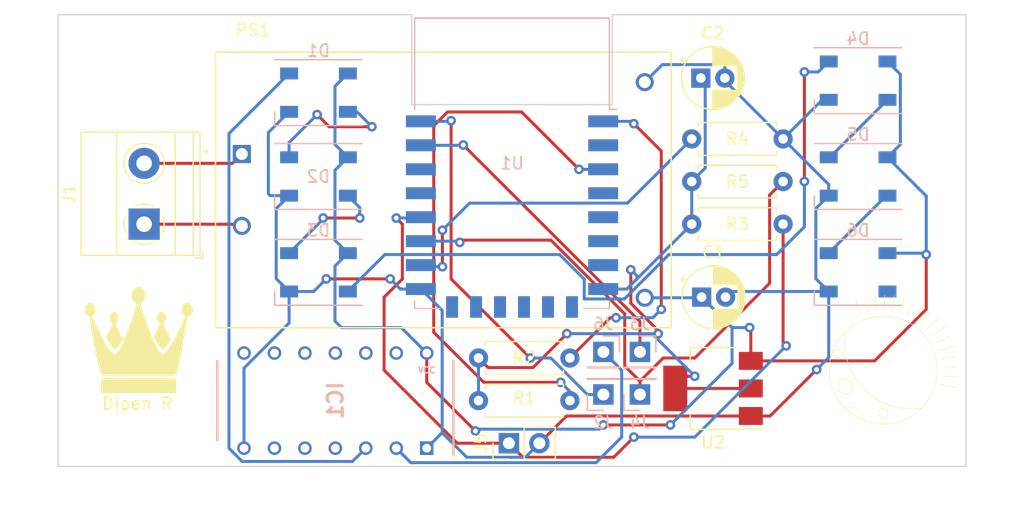
<source format=kicad_pcb>
(kicad_pcb (version 20211014) (generator pcbnew)
  (layers (0 "F.Cu" signal) (31 "B.Cu" signal) (34 "B.Paste" user) (35 "F.Paste" user) (36 "B.SilkS" user "B.Silkscreen") (37 "F.SilkS" user "F.Silkscreen") (38 "B.Mask" user) (39 "F.Mask" user) (44 "Edge.Cuts" user))
  (net 0 "")
  (net 1 "VCC")
  (net 2 "GND")
  (net 3 "3.3V")
  (net 4 "DataO{slash}P")
  (net 5 "Net-(D1-Pad4)")
  (net 6 "Net-(D2-Pad4)")
  (net 7 "Net-(D3-Pad4)")
  (net 8 "DataI{slash}P")
  (net 18 "Net-(J1-Pad1)")
  (net 19 "Net-(J1-Pad2)")
  (net 20 "Net-(J2-Pad1)")
  (net 21 "Net-(J3-Pad1)")
  (net 22 "Net-(J4-Pad1)")
  (net 23 "GPIO0")
  (net 24 "Net-(R1-Pad2)")
  (net 25 "Net-(R2-Pad2)")
  (net 26 "Net-(R4-Pad1)")
  (net 40 "Net-(D4-Pad4)")
  (net 41 "Net-(D6-Pad2)")
  (footprint "ModdedCrown:CorrectCrown" (layer "F.Cu") (at 72.998 71.628)
    (fp_text reference "G***" hide)
    (fp_text value "LOGO" hide)
  )
  (footprint "MountingHole:MountingHole_2mm" (layer "F.Cu") (at 68.78 79.7)
    (fp_text reference "REF**" hide)
    (fp_text value "MountingHole_2mm")
    (pad "" np_thru_hole circle locked (at 0 0) (size 2 2) (drill 2) (layers *.Cu *.Mask))
  )
  (footprint "Resistor_THT:R_Axial_DIN0207_L6.3mm_D2.5mm_P7.62mm_Horizontal" (layer "F.Cu") (at 101.346 73.152)
    (fp_text reference "R2" (at 3.81 0) (layer "F.SilkS"))
    (fp_text value "10K")
    (pad "1" thru_hole circle locked (at 0 0) (size 1.6 1.6) (drill 0.8) (layers *.Cu *.Mask) (net 3 "3.3V"))
    (pad "2" thru_hole oval locked (at 7.62 0) (size 1.6 1.6) (drill 0.8) (layers *.Cu *.Mask) (net 25 "Net-(R2-Pad2)"))
  )
  (footprint "Resistor_THT:R_Axial_DIN0207_L6.3mm_D2.5mm_P7.62mm_Horizontal" (layer "F.Cu") (at 119.126 61.976)
    (fp_text reference "R3" (at 3.81 0) (layer "F.SilkS"))
    (fp_text value "10K")
    (pad "1" thru_hole circle locked (at 0 0) (size 1.6 1.6) (drill 0.8) (layers *.Cu *.Mask) (net 3 "3.3V"))
    (pad "2" thru_hole oval locked (at 7.62 0) (size 1.6 1.6) (drill 0.8) (layers *.Cu *.Mask) (net 23 "GPIO0"))
  )
  (footprint "MountingHole:MountingHole_2mm" (layer "F.Cu") (at 68.78 47)
    (fp_text reference "REF**" hide)
    (fp_text value "MountingHole_2mm")
    (pad "" np_thru_hole circle locked (at 0 0) (size 2 2) (drill 2) (layers *.Cu *.Mask))
  )
  (footprint "Logos:SunAndMoon_15x15" (layer "F.Cu") (at 135.128 74.2)
    (fp_text reference "G***" hide)
    (fp_text value "LOGO" hide)
  )
  (footprint "Package_TO_SOT_SMD:SOT-223-3_TabPin2" (layer "F.Cu") (at 120.904 75.692 180)
    (fp_text reference "U2" (at 0 -4.5) (layer "F.SilkS"))
    (fp_text value "AMS1117-3.3")
    (pad "1" smd rect locked (at -3.15 -2.3 180) (size 2 1.5) (layers "F.Cu" "F.Paste" "F.Mask") (net 2 "GND"))
    (pad "2" smd rect locked (at -3.15 0 180) (size 2 1.5) (layers "F.Cu" "F.Paste" "F.Mask") (net 3 "3.3V"))
    (pad "2" smd rect locked (at 3.15 0 180) (size 2 3.8) (layers "F.Cu" "F.Paste" "F.Mask") (net 3 "3.3V"))
    (pad "3" smd rect locked (at -3.15 2.3 180) (size 2 1.5) (layers "F.Cu" "F.Paste" "F.Mask") (net 1 "VCC"))
  )
  (footprint "Resistor_THT:R_Axial_DIN0207_L6.3mm_D2.5mm_P7.62mm_Horizontal" (layer "F.Cu") (at 101.346 76.708)
    (fp_text reference "R1" (at 3.81 -0.216) (layer "F.SilkS"))
    (fp_text value "10K")
    (pad "1" thru_hole circle locked (at 0 0) (size 1.6 1.6) (drill 0.8) (layers *.Cu *.Mask) (net 3 "3.3V"))
    (pad "2" thru_hole oval locked (at 7.62 0) (size 1.6 1.6) (drill 0.8) (layers *.Cu *.Mask) (net 24 "Net-(R1-Pad2)"))
  )
  (footprint "HLK5M05:CONV_HLK-5M05" (layer "F.Cu") (at 98.409225 59.124)
    (fp_text reference "PS1" (at -15.875 -13.335) (layer "F.SilkS"))
    (fp_text value "HLK-5M05")
    (pad "1" thru_hole rect locked (at -16.8 -3) (size 1.5 1.5) (drill 1) (layers *.Cu *.Mask) (net 19 "Net-(J1-Pad2)"))
    (pad "2" thru_hole circle locked (at -16.8 3) (size 1.5 1.5) (drill 1) (layers *.Cu *.Mask) (net 18 "Net-(J1-Pad1)"))
    (pad "3" thru_hole circle locked (at 16.8 -9) (size 1.5 1.5) (drill 1) (layers *.Cu *.Mask) (net 2 "GND"))
    (pad "4" thru_hole circle locked (at 16.8 9) (size 1.5 1.5) (drill 1) (layers *.Cu *.Mask) (net 1 "VCC"))
  )
  (footprint "Capacitor_THT:CP_Radial_D5.0mm_P2.00mm" (layer "F.Cu") (at 119.948888 68.072)
    (fp_text reference "C1" (at 1 -3.75) (layer "F.SilkS"))
    (fp_text value "10uF")
    (pad "1" thru_hole rect locked (at 0 0) (size 1.6 1.6) (drill 0.8) (layers *.Cu *.Mask) (net 1 "VCC"))
    (pad "2" thru_hole circle locked (at 2 0) (size 1.6 1.6) (drill 0.8) (layers *.Cu *.Mask) (net 2 "GND"))
  )
  (footprint "Capacitor_THT:CP_Radial_D5.0mm_P2.00mm" (layer "F.Cu") (at 119.888 49.784)
    (fp_text reference "C2" (at 1 -3.75) (layer "F.SilkS"))
    (fp_text value "10uF")
    (pad "1" thru_hole rect locked (at 0 0) (size 1.6 1.6) (drill 0.8) (layers *.Cu *.Mask) (net 3 "3.3V"))
    (pad "2" thru_hole circle locked (at 2 0) (size 1.6 1.6) (drill 0.8) (layers *.Cu *.Mask) (net 2 "GND"))
  )
  (footprint "Connector_PinHeader_2.54mm:PinHeader_1x02_P2.54mm_Vertical" (layer "F.Cu") (at 103.881 80.264 90)
    (fp_text reference "J5" (at 0 -2.33 90) (layer "F.SilkS"))
    (fp_text value "Conn_01x02_Male")
    (pad "1" thru_hole rect locked (at 0 0 90) (size 1.7 1.7) (drill 1) (layers *.Cu *.Mask) (net 23 "GPIO0"))
    (pad "2" thru_hole oval locked (at 0 2.54 90) (size 1.7 1.7) (drill 1) (layers *.Cu *.Mask) (net 2 "GND"))
  )
  (footprint "Resistor_THT:R_Axial_DIN0207_L6.3mm_D2.5mm_P7.62mm_Horizontal" (layer "F.Cu") (at 119.126 58.42)
    (fp_text reference "R5" (at 3.81 0) (layer "F.SilkS"))
    (fp_text value "10K")
    (pad "1" thru_hole circle locked (at 0 0) (size 1.6 1.6) (drill 0.8) (layers *.Cu *.Mask) (net 3 "3.3V"))
    (pad "2" thru_hole oval locked (at 7.62 0) (size 1.6 1.6) (drill 0.8) (layers *.Cu *.Mask) (net 22 "Net-(J4-Pad1)"))
  )
  (footprint "TerminalBlock_Phoenix:TerminalBlock_Phoenix_MKDS-1,5-2-5.08_1x02_P5.08mm_Horizontal" (layer "F.Cu") (at 73.457 61.981 90)
    (fp_text reference "J1" (at 2.54 -6.26 90) (layer "F.SilkS"))
    (fp_text value "Screw_Terminal_01x02")
    (pad "1" thru_hole rect locked (at 0 0 90) (size 2.6 2.6) (drill 1.3) (layers *.Cu *.Mask) (net 18 "Net-(J1-Pad1)"))
    (pad "2" thru_hole circle locked (at 5.08 0 90) (size 2.6 2.6) (drill 1.3) (layers *.Cu *.Mask) (net 19 "Net-(J1-Pad2)"))
  )
  (footprint "MountingHole:MountingHole_2mm" (layer "F.Cu") (at 139.5 79.7)
    (fp_text reference "REF**" hide)
    (fp_text value "MountingHole_2mm")
    (pad "" np_thru_hole circle locked (at 0 0) (size 2 2) (drill 2) (layers *.Cu *.Mask))
  )
  (footprint "Resistor_THT:R_Axial_DIN0207_L6.3mm_D2.5mm_P7.62mm_Horizontal" (layer "F.Cu") (at 119.126 54.864)
    (fp_text reference "R4" (at 3.81 0) (layer "F.SilkS"))
    (fp_text value "10K")
    (pad "1" thru_hole circle locked (at 0 0) (size 1.6 1.6) (drill 0.8) (layers *.Cu *.Mask) (net 26 "Net-(R4-Pad1)"))
    (pad "2" thru_hole oval locked (at 7.62 0) (size 1.6 1.6) (drill 0.8) (layers *.Cu *.Mask) (net 2 "GND"))
  )
  (footprint "MountingHole:MountingHole_2mm" (layer "F.Cu") (at 139.5 47)
    (fp_text reference "REF**" hide)
    (fp_text value "MountingHole_2mm")
    (pad "" np_thru_hole circle locked (at 0 0) (size 2 2) (drill 2) (layers *.Cu *.Mask))
  )
  (footprint "Connector_PinHeader_2.54mm:PinHeader_1x01_P2.54mm_Vertical" (layer "B.Cu") (at 111.76 72.644 180)
    (fp_text reference "J6" (at 0 2.33) (layer "B.SilkS") (effects (justify mirror)))
    (fp_text value "DataI/P")
    (pad "1" thru_hole rect locked (at 0 0 180) (size 1.7 1.7) (drill 1) (layers *.Cu *.Mask) (net 8 "DataI{slash}P"))
  )
  (footprint "SN74AHCT125N:DIP794W53P254L1930H508Q14N" (layer "B.Cu") (at 89.408 76.708 90)
    (fp_text reference "IC1" (at 0 0 90) (layer "B.SilkS") (effects (font (size 1.27 1.27) (thickness 0.254)) (justify mirror)))
    (fp_text value "SN74AHCT125N" hide)
    (pad "1" thru_hole rect locked (at -3.97 7.62 90) (size 1.13 1.13) (drill 0.73) (layers *.Cu *.Mask) (net 2 "GND"))
    (pad "2" thru_hole circle locked (at -3.97 5.08 90) (size 1.13 1.13) (drill 0.73) (layers *.Cu *.Mask) (net 8 "DataI{slash}P"))
    (pad "3" thru_hole circle locked (at -3.97 2.54 90) (size 1.13 1.13) (drill 0.73) (layers *.Cu *.Mask) (net 4 "DataO{slash}P"))
    (pad "4" thru_hole circle locked (at -3.97 0 90) (size 1.13 1.13) (drill 0.73) (layers *.Cu *.Mask))
    (pad "5" thru_hole circle locked (at -3.97 -2.54 90) (size 1.13 1.13) (drill 0.73) (layers *.Cu *.Mask))
    (pad "6" thru_hole circle locked (at -3.97 -5.08 90) (size 1.13 1.13) (drill 0.73) (layers *.Cu *.Mask))
    (pad "7" thru_hole circle locked (at -3.97 -7.62 90) (size 1.13 1.13) (drill 0.73) (layers *.Cu *.Mask) (net 2 "GND"))
    (pad "8" thru_hole circle locked (at 3.97 -7.62 90) (size 1.13 1.13) (drill 0.73) (layers *.Cu *.Mask))
    (pad "9" thru_hole circle locked (at 3.97 -5.08 90) (size 1.13 1.13) (drill 0.73) (layers *.Cu *.Mask))
    (pad "10" thru_hole circle locked (at 3.97 -2.54 90) (size 1.13 1.13) (drill 0.73) (layers *.Cu *.Mask))
    (pad "11" thru_hole circle locked (at 3.97 0 90) (size 1.13 1.13) (drill 0.73) (layers *.Cu *.Mask))
    (pad "12" thru_hole circle locked (at 3.97 2.54 90) (size 1.13 1.13) (drill 0.73) (layers *.Cu *.Mask))
    (pad "13" thru_hole circle locked (at 3.97 5.08 90) (size 1.13 1.13) (drill 0.73) (layers *.Cu *.Mask))
    (pad "14" thru_hole circle locked (at 3.97 7.62 90) (size 1.13 1.13) (drill 0.73) (layers *.Cu *.Mask) (net 1 "VCC"))
  )
  (footprint "RF_Module:ESP-12E" (layer "B.Cu") (at 104.14 56.896 180)
    (fp_text reference "U1" (at 0 0) (layer "B.SilkS") (effects (justify mirror)))
    (fp_text value "ESP-12E")
    (pad "1" smd rect locked (at -7.6 3.5 180) (size 2.5 1) (layers "B.Cu" "B.Paste" "B.Mask") (net 25 "Net-(R2-Pad2)"))
    (pad "2" smd rect locked (at -7.6 1.5 180) (size 2.5 1) (layers "B.Cu" "B.Paste" "B.Mask"))
    (pad "3" smd rect locked (at -7.6 -0.5 180) (size 2.5 1) (layers "B.Cu" "B.Paste" "B.Mask") (net 24 "Net-(R1-Pad2)"))
    (pad "4" smd rect locked (at -7.6 -2.5 180) (size 2.5 1) (layers "B.Cu" "B.Paste" "B.Mask"))
    (pad "5" smd rect locked (at -7.6 -4.5 180) (size 2.5 1) (layers "B.Cu" "B.Paste" "B.Mask"))
    (pad "6" smd rect locked (at -7.6 -6.5 180) (size 2.5 1) (layers "B.Cu" "B.Paste" "B.Mask"))
    (pad "7" smd rect locked (at -7.6 -8.5 180) (size 2.5 1) (layers "B.Cu" "B.Paste" "B.Mask"))
    (pad "8" smd rect locked (at -7.6 -10.5 180) (size 2.5 1) (layers "B.Cu" "B.Paste" "B.Mask") (net 3 "3.3V"))
    (pad "9" smd rect locked (at -5 -12 180) (size 1 1.8) (layers "B.Cu" "B.Paste" "B.Mask"))
    (pad "10" smd rect locked (at -3 -12 180) (size 1 1.8) (layers "B.Cu" "B.Paste" "B.Mask"))
    (pad "11" smd rect locked (at -1 -12 180) (size 1 1.8) (layers "B.Cu" "B.Paste" "B.Mask"))
    (pad "12" smd rect locked (at 1 -12 180) (size 1 1.8) (layers "B.Cu" "B.Paste" "B.Mask"))
    (pad "13" smd rect locked (at 3 -12 180) (size 1 1.8) (layers "B.Cu" "B.Paste" "B.Mask"))
    (pad "14" smd rect locked (at 5 -12 180) (size 1 1.8) (layers "B.Cu" "B.Paste" "B.Mask"))
    (pad "15" smd rect locked (at 7.6 -10.5 180) (size 2.5 1) (layers "B.Cu" "B.Paste" "B.Mask") (net 2 "GND"))
    (pad "16" smd rect locked (at 7.6 -8.5 180) (size 2.5 1) (layers "B.Cu" "B.Paste" "B.Mask") (net 26 "Net-(R4-Pad1)"))
    (pad "17" smd rect locked (at 7.6 -6.5 180) (size 2.5 1) (layers "B.Cu" "B.Paste" "B.Mask") (net 22 "Net-(J4-Pad1)"))
    (pad "18" smd rect locked (at 7.6 -4.5 180) (size 2.5 1) (layers "B.Cu" "B.Paste" "B.Mask") (net 23 "GPIO0"))
    (pad "19" smd rect locked (at 7.6 -2.5 180) (size 2.5 1) (layers "B.Cu" "B.Paste" "B.Mask"))
    (pad "20" smd rect locked (at 7.6 -0.5 180) (size 2.5 1) (layers "B.Cu" "B.Paste" "B.Mask"))
    (pad "21" smd rect locked (at 7.6 1.5 180) (size 2.5 1) (layers "B.Cu" "B.Paste" "B.Mask") (net 21 "Net-(J3-Pad1)"))
    (pad "22" smd rect locked (at 7.6 3.5 180) (size 2.5 1) (layers "B.Cu" "B.Paste" "B.Mask") (net 20 "Net-(J2-Pad1)"))
  )
  (footprint "Connector_PinHeader_2.54mm:PinHeader_1x01_P2.54mm_Vertical" (layer "B.Cu") (at 114.808 76.2)
    (fp_text reference "J4" (at 0 2.33) (layer "B.SilkS") (effects (justify mirror)))
    (fp_text value "IO2")
    (pad "1" thru_hole rect locked (at 0 0) (size 1.7 1.7) (drill 1) (layers *.Cu *.Mask) (net 22 "Net-(J4-Pad1)"))
  )
  (footprint "LED_SMD:LED_SK6812_PLCC4_5.0x5.0mm_P3.2mm" (layer "B.Cu") (at 88 51 180)
    (fp_text reference "D1" (at 0 3.5) (layer "B.SilkS") (effects (justify mirror)))
    (fp_text value "SK6812")
    (pad "1" smd rect locked (at 2.45 -1.6 180) (size 1.5 1) (layers "B.Cu" "B.Paste" "B.Mask") (net 2 "GND"))
    (pad "2" smd rect locked (at 2.45 1.6 180) (size 1.5 1) (layers "B.Cu" "B.Paste" "B.Mask") (net 4 "DataO{slash}P"))
    (pad "3" smd rect locked (at -2.45 1.6 180) (size 1.5 1) (layers "B.Cu" "B.Paste" "B.Mask") (net 1 "VCC"))
    (pad "4" smd rect locked (at -2.45 -1.6 180) (size 1.5 1) (layers "B.Cu" "B.Paste" "B.Mask") (net 5 "Net-(D1-Pad4)"))
  )
  (footprint "LED_SMD:LED_SK6812_PLCC4_5.0x5.0mm_P3.2mm" (layer "B.Cu") (at 133 50 180)
    (fp_text reference "D4" (at 0 3.5) (layer "B.SilkS") (effects (justify mirror)))
    (fp_text value "SK6812")
    (pad "1" smd rect locked (at 2.45 -1.6 180) (size 1.5 1) (layers "B.Cu" "B.Paste" "B.Mask") (net 2 "GND"))
    (pad "2" smd rect locked (at 2.45 1.6 180) (size 1.5 1) (layers "B.Cu" "B.Paste" "B.Mask") (net 7 "Net-(D3-Pad4)"))
    (pad "3" smd rect locked (at -2.45 1.6 180) (size 1.5 1) (layers "B.Cu" "B.Paste" "B.Mask") (net 1 "VCC"))
    (pad "4" smd rect locked (at -2.45 -1.6 180) (size 1.5 1) (layers "B.Cu" "B.Paste" "B.Mask") (net 40 "Net-(D4-Pad4)"))
  )
  (footprint "Connector_PinHeader_2.54mm:PinHeader_1x01_P2.54mm_Vertical" (layer "B.Cu") (at 114.808 72.644 180)
    (fp_text reference "J3" (at 0 2.33) (layer "B.SilkS") (effects (justify mirror)))
    (fp_text value "IO3")
    (pad "1" thru_hole rect locked (at 0 0 180) (size 1.7 1.7) (drill 1) (layers *.Cu *.Mask) (net 21 "Net-(J3-Pad1)"))
  )
  (footprint "LED_SMD:LED_SK6812_PLCC4_5.0x5.0mm_P3.2mm" (layer "B.Cu") (at 88 66 180)
    (fp_text reference "D3" (at 0 3.5) (layer "B.SilkS") (effects (justify mirror)))
    (fp_text value "SK6812")
    (pad "1" smd rect locked (at 2.45 -1.6 180) (size 1.5 1) (layers "B.Cu" "B.Paste" "B.Mask") (net 2 "GND"))
    (pad "2" smd rect locked (at 2.45 1.6 180) (size 1.5 1) (layers "B.Cu" "B.Paste" "B.Mask") (net 6 "Net-(D2-Pad4)"))
    (pad "3" smd rect locked (at -2.45 1.6 180) (size 1.5 1) (layers "B.Cu" "B.Paste" "B.Mask") (net 1 "VCC"))
    (pad "4" smd rect locked (at -2.45 -1.6 180) (size 1.5 1) (layers "B.Cu" "B.Paste" "B.Mask") (net 7 "Net-(D3-Pad4)"))
  )
  (footprint "LED_SMD:LED_SK6812_PLCC4_5.0x5.0mm_P3.2mm" (layer "B.Cu") (at 133 58 180)
    (fp_text reference "D5" (at 0 3.5) (layer "B.SilkS") (effects (justify mirror)))
    (fp_text value "SK6812")
    (pad "1" smd rect locked (at 2.45 -1.6 180) (size 1.5 1) (layers "B.Cu" "B.Paste" "B.Mask") (net 2 "GND"))
    (pad "2" smd rect locked (at 2.45 1.6 180) (size 1.5 1) (layers "B.Cu" "B.Paste" "B.Mask") (net 40 "Net-(D4-Pad4)"))
    (pad "3" smd rect locked (at -2.45 1.6 180) (size 1.5 1) (layers "B.Cu" "B.Paste" "B.Mask") (net 1 "VCC"))
    (pad "4" smd rect locked (at -2.45 -1.6 180) (size 1.5 1) (layers "B.Cu" "B.Paste" "B.Mask") (net 41 "Net-(D6-Pad2)"))
  )
  (footprint "Connector_PinHeader_2.54mm:PinHeader_1x01_P2.54mm_Vertical" (layer "B.Cu") (at 111.76 76.2)
    (fp_text reference "J2" (at 0 2.33) (layer "B.SilkS") (effects (justify mirror)))
    (fp_text value "IO1")
    (pad "1" thru_hole rect locked (at 0 0) (size 1.7 1.7) (drill 1) (layers *.Cu *.Mask) (net 20 "Net-(J2-Pad1)"))
  )
  (footprint "LED_SMD:LED_SK6812_PLCC4_5.0x5.0mm_P3.2mm" (layer "B.Cu") (at 88 58 180)
    (fp_text reference "D2" (at 0 0) (layer "B.SilkS") (effects (justify mirror)))
    (fp_text value "SK6812")
    (pad "1" smd rect locked (at 2.45 -1.6 180) (size 1.5 1) (layers "B.Cu" "B.Paste" "B.Mask") (net 2 "GND"))
    (pad "2" smd rect locked (at 2.45 1.6 180) (size 1.5 1) (layers "B.Cu" "B.Paste" "B.Mask") (net 5 "Net-(D1-Pad4)"))
    (pad "3" smd rect locked (at -2.45 1.6 180) (size 1.5 1) (layers "B.Cu" "B.Paste" "B.Mask") (net 1 "VCC"))
    (pad "4" smd rect locked (at -2.45 -1.6 180) (size 1.5 1) (layers "B.Cu" "B.Paste" "B.Mask") (net 6 "Net-(D2-Pad4)"))
  )
  (footprint "LED_SMD:LED_SK6812_PLCC4_5.0x5.0mm_P3.2mm" (layer "B.Cu") (at 133 66 180)
    (fp_text reference "D6" (at 0 3.5) (layer "B.SilkS") (effects (justify mirror)))
    (fp_text value "SK6812")
    (pad "1" smd rect locked (at 2.45 -1.6 180) (size 1.5 1) (layers "B.Cu" "B.Paste" "B.Mask") (net 2 "GND"))
    (pad "2" smd rect locked (at 2.45 1.6 180) (size 1.5 1) (layers "B.Cu" "B.Paste" "B.Mask") (net 41 "Net-(D6-Pad2)"))
    (pad "3" smd rect locked (at -2.45 1.6 180) (size 1.5 1) (layers "B.Cu" "B.Paste" "B.Mask") (net 1 "VCC"))
    (pad "4" smd rect locked (at -2.45 -1.6 180) (size 1.5 1) (layers "B.Cu" "B.Paste" "B.Mask"))
  )
  (gr_line (start 95.78 52) (end 95.78 44.5) (layer "Edge.Cuts") (width 0.1))
  (gr_line (start 66.28 44.5) (end 95.78 44.5) (layer "Edge.Cuts") (width 0.1))
  (gr_line (start 95.78 52) (end 112.5 52) (layer "Edge.Cuts") (width 0.1))
  (gr_line (start 66.28 82.2) (end 66.28 44.5) (layer "Edge.Cuts") (width 0.1))
  (gr_line (start 112.5 52) (end 112.5 44.5) (layer "Edge.Cuts") (width 0.1))
  (gr_line (start 142 44.5) (end 142 82.2) (layer "Edge.Cuts") (width 0.1))
  (gr_line (start 142 82.2) (end 66.28 82.2) (layer "Edge.Cuts") (width 0.1))
  (gr_line (start 112.5 44.5) (end 142 44.5) (layer "Edge.Cuts") (width 0.1))
  (gr_text "VCC" (at 97.028 74.168) (layer "B.SilkS") (effects (font (size 0.5 0.5) (thickness 0.125))))
  (gr_text "Dipen R" (at 72.898 76.962) (layer "F.SilkS") (effects (font (size 1 1))))
  (segment (start 111.76 78.74) (end 117.348 78.74) (width 0.25) (layer "F.Cu") (net 1))
  (segment (start 138.684 69.088) (end 138.684 64.516) (width 0.25) (layer "F.Cu") (net 1))
  (segment (start 124.054 70.714) (end 123.952 70.612) (width 0.25) (layer "F.Cu") (net 1))
  (segment (start 97.028 72.738) (end 97.028 75.184) (width 0.25) (layer "F.Cu") (net 1))
  (segment (start 124.054 73.392) (end 134.38 73.392) (width 0.25) (layer "F.Cu") (net 1))
  (segment (start 124.054 73.392) (end 124.054 70.714) (width 0.25) (layer "F.Cu") (net 1))
  (segment (start 97.028 75.184) (end 101.092 79.248) (width 0.25) (layer "F.Cu") (net 1))
  (segment (start 134.38 73.392) (end 138.684 69.088) (width 0.25) (layer "F.Cu") (net 1))
  (via (at 101.092 79.248) (size 0.8) (drill 0.4) (layers "F.Cu" "B.Cu") (net 1))
  (via (at 138.684 64.516) (size 0.8) (drill 0.4) (layers "F.Cu" "B.Cu") (net 1))
  (via (at 117.348 78.74) (size 0.8) (drill 0.4) (layers "F.Cu" "B.Cu") (net 1))
  (via (at 123.952 70.612) (size 0.8) (drill 0.4) (layers "F.Cu" "B.Cu") (net 1))
  (via (at 111.76 78.74) (size 0.8) (drill 0.4) (layers "F.Cu" "B.Cu") (net 1))
  (segment (start 135.45 48.4) (end 136.524511 49.474511) (width 0.25) (layer "B.Cu") (net 1))
  (segment (start 136.524511 49.474511) (end 136.524511 55.325489) (width 0.25) (layer "B.Cu") (net 1))
  (segment (start 115.209225 68.124) (end 119.896888 68.124) (width 0.25) (layer "B.Cu") (net 1))
  (segment (start 89.375489 57.474511) (end 89.375489 63.325489) (width 0.25) (layer "B.Cu") (net 1))
  (segment (start 94.902 70.612) (end 97.028 72.738) (width 0.25) (layer "B.Cu") (net 1))
  (segment (start 138.568 64.4) (end 135.45 64.4) (width 0.25) (layer "B.Cu") (net 1))
  (segment (start 90.45 49.4) (end 89.375489 50.474511) (width 0.25) (layer "B.Cu") (net 1))
  (segment (start 89.375489 65.474511) (end 89.375489 70.071489) (width 0.25) (layer "B.Cu") (net 1))
  (segment (start 138.684 59.634) (end 138.684 64.516) (width 0.25) (layer "B.Cu") (net 1))
  (segment (start 136.524511 55.325489) (end 135.45 56.4) (width 0.25) (layer "B.Cu") (net 1))
  (segment (start 123.952 70.612) (end 122.488888 70.612) (width 0.25) (layer "B.Cu") (net 1))
  (segment (start 89.916 70.612) (end 94.902 70.612) (width 0.25) (layer "B.Cu") (net 1))
  (segment (start 101.092 79.248) (end 101.250511 79.089489) (width 0.25) (layer "B.Cu") (net 1))
  (segment (start 122.488888 73.599112) (end 122.488888 70.612) (width 0.25) (layer "B.Cu") (net 1))
  (segment (start 135.45 56.4) (end 138.684 59.634) (width 0.25) (layer "B.Cu") (net 1))
  (segment (start 89.375489 55.325489) (end 90.45 56.4) (width 0.25) (layer "B.Cu") (net 1))
  (segment (start 138.684 64.516) (end 138.568 64.4) (width 0.25) (layer "B.Cu") (net 1))
  (segment (start 111.410511 79.089489) (end 111.76 78.74) (width 0.25) (layer "B.Cu") (net 1))
  (segment (start 122.488888 70.612) (end 119.948888 68.072) (width 0.25) (layer "B.Cu") (net 1))
  (segment (start 117.348 78.74) (end 122.488888 73.599112) (width 0.25) (layer "B.Cu") (net 1))
  (segment (start 89.375489 63.325489) (end 90.45 64.4) (width 0.25) (layer "B.Cu") (net 1))
  (segment (start 89.375489 70.071489) (end 89.916 70.612) (width 0.25) (layer "B.Cu") (net 1))
  (segment (start 90.45 64.4) (end 89.375489 65.474511) (width 0.25) (layer "B.Cu") (net 1))
  (segment (start 90.45 56.4) (end 89.375489 57.474511) (width 0.25) (layer "B.Cu") (net 1))
  (segment (start 119.896888 68.124) (end 119.948888 68.072) (width 0.25) (layer "B.Cu") (net 1))
  (segment (start 101.250511 79.089489) (end 111.410511 79.089489) (width 0.25) (layer "B.Cu") (net 1))
  (segment (start 89.375489 50.474511) (end 89.375489 55.325489) (width 0.25) (layer "B.Cu") (net 1))
  (segment (start 108.693 77.992) (end 124.054 77.992) (width 0.25) (layer "F.Cu") (net 2))
  (segment (start 124.054 77.992) (end 125.6645 77.992) (width 0.25) (layer "F.Cu") (net 2))
  (segment (start 106.421 80.264) (end 108.693 77.992) (width 0.25) (layer "F.Cu") (net 2))
  (segment (start 125.6645 77.992) (end 129.54 74.1165) (width 0.25) (layer "F.Cu") (net 2))
  (segment (start 88.650989 66.548) (end 93.98 66.548) (width 0.25) (layer "F.Cu") (net 2))
  (via (at 93.98 66.548) (size 0.8) (drill 0.4) (layers "F.Cu" "B.Cu") (net 2))
  (via (at 129.54 74.1165) (size 0.8) (drill 0.4) (layers "F.Cu" "B.Cu") (net 2))
  (via (at 88.650989 66.548) (size 0.8) (drill 0.4) (layers "F.Cu" "B.Cu") (net 2))
  (segment (start 85.55 59.6) (end 83.984 59.6) (width 0.25) (layer "B.Cu") (net 2))
  (segment (start 83.984 59.6) (end 83.82 59.436) (width 0.25) (layer "B.Cu") (net 2))
  (segment (start 81.788 73.99596) (end 81.788 80.678) (width 0.25) (layer "B.Cu") (net 2))
  (segment (start 87.598989 67.6) (end 88.650989 66.548) (width 0.25) (layer "B.Cu") (net 2))
  (segment (start 122.420888 67.6) (end 121.948888 68.072) (width 0.25) (layer "B.Cu") (net 2))
  (segment (start 126.746 54.864) (end 121.888 50.006) (width 0.25) (layer "B.Cu") (net 2))
  (segment (start 98.315489 79.390511) (end 97.028 80.678) (width 0.25) (layer "B.Cu") (net 2))
  (segment (start 130.55 58.668) (end 130.55 59.6) (width 0.25) (layer "B.Cu") (net 2))
  (segment (start 105.246489 81.438511) (end 106.421 80.264) (width 0.25) (layer "B.Cu") (net 2))
  (segment (start 130.55 59.6) (end 129.475489 60.674511) (width 0.25) (layer "B.Cu") (net 2))
  (segment (start 129.54 74.1165) (end 130.55 73.1065) (width 0.25) (layer "B.Cu") (net 2))
  (segment (start 83.82 54.33) (end 85.55 52.6) (width 0.25) (layer "B.Cu") (net 2))
  (segment (start 130.55 67.6) (end 122.420888 67.6) (width 0.25) (layer "B.Cu") (net 2))
  (segment (start 96.54 67.396) (end 98.315489 69.171489) (width 0.25) (layer "B.Cu") (net 2))
  (segment (start 126.746 54.864) (end 130.55 58.668) (width 0.25) (layer "B.Cu") (net 2))
  (segment (start 94.828 67.396) (end 96.54 67.396) (width 0.25) (layer "B.Cu") (net 2))
  (segment (start 84.475489 60.674511) (end 85.55 59.6) (width 0.25) (layer "B.Cu") (net 2))
  (segment (start 121.888 48.736) (end 121.888 49.784) (width 0.25) (layer "B.Cu") (net 2))
  (segment (start 121.888 50.006) (end 121.888 49.784) (width 0.25) (layer "B.Cu") (net 2))
  (segment (start 93.98 66.548) (end 94.828 67.396) (width 0.25) (layer "B.Cu") (net 2))
  (segment (start 129.475489 66.525489) (end 130.55 67.6) (width 0.25) (layer "B.Cu") (net 2))
  (segment (start 84.475489 66.525489) (end 84.475489 60.674511) (width 0.25) (layer "B.Cu") (net 2))
  (segment (start 116.673736 48.659489) (end 121.811489 48.659489) (width 0.25) (layer "B.Cu") (net 2))
  (segment (start 83.82 59.436) (end 83.82 54.33) (width 0.25) (layer "B.Cu") (net 2))
  (segment (start 121.811489 48.659489) (end 121.888 48.736) (width 0.25) (layer "B.Cu") (net 2))
  (segment (start 85.55 67.6) (end 85.55 70.23396) (width 0.25) (layer "B.Cu") (net 2))
  (segment (start 98.315489 69.171489) (end 98.315489 79.390511) (width 0.25) (layer "B.Cu") (net 2))
  (segment (start 85.55 67.6) (end 87.598989 67.6) (width 0.25) (layer "B.Cu") (net 2))
  (segment (start 130.55 73.1065) (end 130.55 67.6) (width 0.25) (layer "B.Cu") (net 2))
  (segment (start 126.746 54.864) (end 130.01 51.6) (width 0.25) (layer "B.Cu") (net 2))
  (segment (start 85.55 70.23396) (end 81.788 73.99596) (width 0.25) (layer "B.Cu") (net 2))
  (segment (start 115.209225 50.124) (end 116.673736 48.659489) (width 0.25) (layer "B.Cu") (net 2))
  (segment (start 129.475489 60.674511) (end 129.475489 66.525489) (width 0.25) (layer "B.Cu") (net 2))
  (segment (start 130.01 51.6) (end 130.55 51.6) (width 0.25) (layer "B.Cu") (net 2))
  (segment (start 100.363489 81.438511) (end 105.246489 81.438511) (width 0.25) (layer "B.Cu") (net 2))
  (segment (start 85.55 67.6) (end 84.475489 66.525489) (width 0.25) (layer "B.Cu") (net 2))
  (segment (start 98.315489 79.390511) (end 100.363489 81.438511) (width 0.25) (layer "B.Cu") (net 2))
  (segment (start 114.046 68.58) (end 116.332 70.866) (width 0.25) (layer "F.Cu") (net 3))
  (segment (start 114.046 65.786) (end 114.046 68.58) (width 0.25) (layer "F.Cu") (net 3))
  (segment (start 101.346 73.152) (end 102.145999 73.951999) (width 0.25) (layer "F.Cu") (net 3))
  (segment (start 108.712 71.128614) (end 108.712 71.12) (width 0.25) (layer "F.Cu") (net 3))
  (segment (start 102.145999 73.951999) (end 105.888615 73.951999) (width 0.25) (layer "F.Cu") (net 3))
  (segment (start 117.754 75.692) (end 124.054 75.692) (width 0.25) (layer "F.Cu") (net 3))
  (segment (start 118.77 74.676) (end 117.754 75.692) (width 0.25) (layer "F.Cu") (net 3))
  (segment (start 116.332 70.866) (end 116.332 71.12) (width 0.25) (layer "F.Cu") (net 3))
  (segment (start 105.888615 73.951999) (end 108.712 71.128614) (width 0.25) (layer "F.Cu") (net 3))
  (segment (start 119.38 74.676) (end 118.77 74.676) (width 0.25) (layer "F.Cu") (net 3))
  (via (at 116.332 71.12) (size 0.8) (drill 0.4) (layers "F.Cu" "B.Cu") (net 3))
  (via (at 119.38 74.676) (size 0.8) (drill 0.4) (layers "F.Cu" "B.Cu") (net 3))
  (via (at 114.046 65.786) (size 0.8) (drill 0.4) (layers "F.Cu" "B.Cu") (net 3))
  (via (at 108.712 71.12) (size 0.8) (drill 0.4) (layers "F.Cu" "B.Cu") (net 3))
  (segment (start 108.712 71.12) (end 115.824 71.12) (width 0.25) (layer "B.Cu") (net 3))
  (segment (start 114.554 66.548) (end 114.554 66.294) (width 0.25) (layer "B.Cu") (net 3))
  (segment (start 120.250511 50.146511) (end 120.250511 57.295489) (width 0.25) (layer "B.Cu") (net 3))
  (segment (start 114.554 66.548) (end 113.706 67.396) (width 0.25) (layer "B.Cu") (net 3))
  (segment (start 114.554 66.294) (end 114.046 65.786) (width 0.25) (layer "B.Cu") (net 3))
  (segment (start 116.332 71.12) (end 116.332 71.628) (width 0.25) (layer "B.Cu") (net 3))
  (segment (start 120.250511 57.295489) (end 119.126 58.42) (width 0.25) (layer "B.Cu") (net 3))
  (segment (start 119.888 49.784) (end 120.250511 50.146511) (width 0.25) (layer "B.Cu") (net 3))
  (segment (start 101.346 76.708) (end 101.346 73.152) (width 0.25) (layer "B.Cu") (net 3))
  (segment (start 119.126 61.976) (end 114.554 66.548) (width 0.25) (layer "B.Cu") (net 3))
  (segment (start 119.126 58.42) (end 119.126 61.976) (width 0.25) (layer "B.Cu") (net 3))
  (segment (start 113.706 67.396) (end 111.74 67.396) (width 0.25) (layer "B.Cu") (net 3))
  (segment (start 116.332 71.628) (end 119.38 74.676) (width 0.25) (layer "B.Cu") (net 3))
  (segment (start 115.824 71.12) (end 116.332 71.628) (width 0.25) (layer "B.Cu") (net 3))
  (segment (start 80.534714 80.682674) (end 81.64004 81.788) (width 0.25) (layer "B.Cu") (net 4))
  (segment (start 90.838 81.788) (end 91.948 80.678) (width 0.25) (layer "B.Cu") (net 4))
  (segment (start 81.64004 81.788) (end 90.838 81.788) (width 0.25) (layer "B.Cu") (net 4))
  (segment (start 85.55 49.4) (end 80.534714 54.415286) (width 0.25) (layer "B.Cu") (net 4))
  (segment (start 80.534714 54.415286) (end 80.534714 80.682674) (width 0.25) (layer "B.Cu") (net 4))
  (segment (start 87.884 52.832) (end 88.9 53.848) (width 0.25) (layer "F.Cu") (net 5))
  (segment (start 88.9 53.848) (end 92.456 53.848) (width 0.25) (layer "F.Cu") (net 5))
  (via (at 92.456 53.848) (size 0.8) (drill 0.4) (layers "F.Cu" "B.Cu") (net 5))
  (via (at 87.884 52.832) (size 0.8) (drill 0.4) (layers "F.Cu" "B.Cu") (net 5))
  (segment (start 85.55 56.4) (end 85.55 55.166) (width 0.25) (layer "B.Cu") (net 5))
  (segment (start 91.208 52.6) (end 90.45 52.6) (width 0.25) (layer "B.Cu") (net 5))
  (segment (start 92.456 53.848) (end 91.208 52.6) (width 0.25) (layer "B.Cu") (net 5))
  (segment (start 85.55 55.166) (end 87.884 52.832) (width 0.25) (layer "B.Cu") (net 5))
  (segment (start 88.392 61.468) (end 91.44 61.468) (width 0.25) (layer "F.Cu") (net 6))
  (via (at 88.392 61.468) (size 0.8) (drill 0.4) (layers "F.Cu" "B.Cu") (net 6))
  (via (at 91.44 61.468) (size 0.8) (drill 0.4) (layers "F.Cu" "B.Cu") (net 6))
  (segment (start 88.392 61.558) (end 88.392 61.468) (width 0.25) (layer "B.Cu") (net 6))
  (segment (start 85.55 64.4) (end 88.392 61.558) (width 0.25) (layer "B.Cu") (net 6))
  (segment (start 91.44 61.468) (end 91.44 60.59) (width 0.25) (layer "B.Cu") (net 6))
  (segment (start 91.44 60.59) (end 90.45 59.6) (width 0.25) (layer "B.Cu") (net 6))
  (segment (start 128.524 58.42) (end 128.524 49.276) (width 0.25) (layer "F.Cu") (net 7))
  (via (at 128.524 58.42) (size 0.8) (drill 0.4) (layers "F.Cu" "B.Cu") (net 7))
  (via (at 128.524 49.276) (size 0.8) (drill 0.4) (layers "F.Cu" "B.Cu") (net 7))
  (segment (start 110.165489 66.571489) (end 110.165489 68.220511) (width 0.25) (layer "B.Cu") (net 7))
  (segment (start 110.165489 68.220511) (end 113.517207 68.220511) (width 0.25) (layer "B.Cu") (net 7))
  (segment (start 129.674 49.276) (end 130.55 48.4) (width 0.25) (layer "B.Cu") (net 7))
  (segment (start 128.524 49.276) (end 129.674 49.276) (width 0.25) (layer "B.Cu") (net 7))
  (segment (start 93.534 64.516) (end 108.11 64.516) (width 0.25) (layer "B.Cu") (net 7))
  (segment (start 90.45 67.6) (end 93.534 64.516) (width 0.25) (layer "B.Cu") (net 7))
  (segment (start 113.517207 68.220511) (end 117.221718 64.516) (width 0.25) (layer "B.Cu") (net 7))
  (segment (start 128.524 62.202989) (end 128.524 58.42) (width 0.25) (layer "B.Cu") (net 7))
  (segment (start 117.221718 64.516) (end 126.210989 64.516) (width 0.25) (layer "B.Cu") (net 7))
  (segment (start 108.11 64.516) (end 110.165489 66.571489) (width 0.25) (layer "B.Cu") (net 7))
  (segment (start 126.210989 64.516) (end 128.524 62.202989) (width 0.25) (layer "B.Cu") (net 7))
  (segment (start 113.284 74.168) (end 111.76 72.644) (width 0.25) (layer "B.Cu") (net 8))
  (segment (start 94.488 80.678) (end 95.698031 81.888031) (width 0.25) (layer "B.Cu") (net 8))
  (segment (start 113.284 79.756) (end 113.284 74.168) (width 0.25) (layer "B.Cu") (net 8))
  (segment (start 95.698031 81.888031) (end 111.151969 81.888031) (width 0.25) (layer "B.Cu") (net 8))
  (segment (start 111.151969 81.888031) (end 113.284 79.756) (width 0.25) (layer "B.Cu") (net 8))
  (segment (start 73.457 61.981) (end 81.466225 61.981) (width 0.25) (layer "F.Cu") (net 18))
  (segment (start 81.466225 61.981) (end 81.609225 62.124) (width 0.25) (layer "F.Cu") (net 18))
  (segment (start 73.457 56.901) (end 80.832225 56.901) (width 0.25) (layer "F.Cu") (net 19))
  (segment (start 80.832225 56.901) (end 81.609225 56.124) (width 0.25) (layer "F.Cu") (net 19))
  (segment (start 105.664 73.152) (end 99.06 66.548) (width 0.25) (layer "F.Cu") (net 20))
  (segment (start 99.06 66.548) (end 99.06 53.34) (width 0.25) (layer "F.Cu") (net 20))
  (via (at 105.664 73.152) (size 0.8) (drill 0.4) (layers "F.Cu" "B.Cu") (net 20))
  (via (at 99.06 53.34) (size 0.8) (drill 0.4) (layers "F.Cu" "B.Cu") (net 20))
  (segment (start 111.76 76.2) (end 110.4237 76.2) (width 0.25) (layer "B.Cu") (net 20))
  (segment (start 99.004 53.396) (end 96.54 53.396) (width 0.25) (layer "B.Cu") (net 20))
  (segment (start 110.4237 76.2) (end 107.3757 73.152) (width 0.25) (layer "B.Cu") (net 20))
  (segment (start 99.06 53.34) (end 99.004 53.396) (width 0.25) (layer "B.Cu") (net 20))
  (segment (start 107.3757 73.152) (end 105.664 73.152) (width 0.25) (layer "B.Cu") (net 20))
  (segment (start 100.076 55.372) (end 114.808 70.104) (width 0.25) (layer "F.Cu") (net 21))
  (segment (start 114.808 70.104) (end 114.808 72.644) (width 0.25) (layer "F.Cu") (net 21))
  (via (at 100.076 55.372) (size 0.8) (drill 0.4) (layers "F.Cu" "B.Cu") (net 21))
  (segment (start 96.54 55.396) (end 100.052 55.396) (width 0.25) (layer "B.Cu") (net 21))
  (segment (start 100.052 55.396) (end 100.076 55.372) (width 0.25) (layer "B.Cu") (net 21))
  (segment (start 116.744978 73.152) (end 114.808 75.088978) (width 0.25) (layer "F.Cu") (net 22))
  (segment (start 125.621489 59.544511) (end 125.621489 66.910511) (width 0.25) (layer "F.Cu") (net 22))
  (segment (start 107.378141 63.309859) (end 99.974641 63.309859) (width 0.25) (layer "F.Cu") (net 22))
  (segment (start 113.537533 69.469251) (end 107.378141 63.309859) (width 0.25) (layer "F.Cu") (net 22))
  (segment (start 114.808 75.088978) (end 113.537533 73.818511) (width 0.25) (layer "F.Cu") (net 22))
  (segment (start 114.808 75.088978) (end 114.808 76.2) (width 0.25) (layer "F.Cu") (net 22))
  (segment (start 113.537533 73.818511) (end 113.537533 69.469251) (width 0.25) (layer "F.Cu") (net 22))
  (segment (start 99.974641 63.309859) (end 99.7845 63.5) (width 0.25) (layer "F.Cu") (net 22))
  (segment (start 125.621489 66.910511) (end 119.38 73.152) (width 0.25) (layer "F.Cu") (net 22))
  (segment (start 126.746 58.42) (end 125.621489 59.544511) (width 0.25) (layer "F.Cu") (net 22))
  (segment (start 119.38 73.152) (end 116.744978 73.152) (width 0.25) (layer "F.Cu") (net 22))
  (via (at 99.7845 63.5) (size 0.8) (drill 0.4) (layers "F.Cu" "B.Cu") (net 22))
  (segment (start 99.6805 63.396) (end 96.54 63.396) (width 0.25) (layer "B.Cu") (net 22))
  (segment (start 99.7845 63.5) (end 99.6805 63.396) (width 0.25) (layer "B.Cu") (net 22))
  (segment (start 112.617489 81.438511) (end 105.055511 81.438511) (width 0.25) (layer "F.Cu") (net 23))
  (segment (start 94.996 61.976) (end 94.488 61.468) (width 0.25) (layer "F.Cu") (net 23))
  (segment (start 105.055511 81.438511) (end 103.881 80.264) (width 0.25) (layer "F.Cu") (net 23))
  (segment (start 93.472 74.168) (end 93.472 68.080614) (width 0.25) (layer "F.Cu") (net 23))
  (segment (start 126.746 61.976) (end 126.746 71.882) (width 0.25) (layer "F.Cu") (net 23))
  (segment (start 114.3 79.756) (end 112.617489 81.438511) (width 0.25) (layer "F.Cu") (net 23))
  (segment (start 93.472 68.080614) (end 94.996 66.556614) (width 0.25) (layer "F.Cu") (net 23))
  (segment (start 99.568 80.264) (end 93.472 74.168) (width 0.25) (layer "F.Cu") (net 23))
  (segment (start 94.996 66.556614) (end 94.996 61.976) (width 0.25) (layer "F.Cu") (net 23))
  (segment (start 126.746 71.882) (end 127 72.136) (width 0.25) (layer "F.Cu") (net 23))
  (segment (start 103.881 80.264) (end 99.568 80.264) (width 0.25) (layer "F.Cu") (net 23))
  (via (at 94.488 61.468) (size 0.8) (drill 0.4) (layers "F.Cu" "B.Cu") (net 23))
  (via (at 114.3 79.756) (size 0.8) (drill 0.4) (layers "F.Cu" "B.Cu") (net 23))
  (via (at 127 72.136) (size 0.8) (drill 0.4) (layers "F.Cu" "B.Cu") (net 23))
  (segment (start 96.468 61.468) (end 96.54 61.396) (width 0.25) (layer "B.Cu") (net 23))
  (segment (start 94.488 61.468) (end 96.468 61.468) (width 0.25) (layer "B.Cu") (net 23))
  (segment (start 119.38 79.756) (end 114.3 79.756) (width 0.25) (layer "B.Cu") (net 23))
  (segment (start 127 72.136) (end 119.38 79.756) (width 0.25) (layer "B.Cu") (net 23))
  (segment (start 108.204 75.184) (end 101.7877 75.184) (width 0.25) (layer "F.Cu") (net 24))
  (segment (start 104.939489 52.615489) (end 109.728 57.404) (width 0.25) (layer "F.Cu") (net 24))
  (segment (start 97.610989 53.764397) (end 98.759897 52.615489) (width 0.25) (layer "F.Cu") (net 24))
  (segment (start 101.7877 75.184) (end 97.610989 71.007289) (width 0.25) (layer "F.Cu") (net 24))
  (segment (start 97.610989 71.007289) (end 97.610989 53.764397) (width 0.25) (layer "F.Cu") (net 24))
  (segment (start 98.759897 52.615489) (end 104.939489 52.615489) (width 0.25) (layer "F.Cu") (net 24))
  (via (at 109.728 57.404) (size 0.8) (drill 0.4) (layers "F.Cu" "B.Cu") (net 24))
  (via (at 108.204 75.184) (size 0.8) (drill 0.4) (layers "F.Cu" "B.Cu") (net 24))
  (segment (start 111.732 57.404) (end 111.74 57.396) (width 0.25) (layer "B.Cu") (net 24))
  (segment (start 108.966 76.708) (end 108.966 75.946) (width 0.25) (layer "B.Cu") (net 24))
  (segment (start 108.966 75.946) (end 108.204 75.184) (width 0.25) (layer "B.Cu") (net 24))
  (segment (start 109.728 57.404) (end 111.732 57.404) (width 0.25) (layer "B.Cu") (net 24))
  (segment (start 116.586 55.88) (end 114.3 53.594) (width 0.25) (layer "F.Cu") (net 25))
  (segment (start 112.326842 69.791158) (end 112.813033 69.791158) (width 0.25) (layer "F.Cu") (net 25))
  (segment (start 116.586 69.088) (end 116.586 55.88) (width 0.25) (layer "F.Cu") (net 25))
  (segment (start 108.966 73.152) (end 112.326842 69.791158) (width 0.25) (layer "F.Cu") (net 25))
  (via (at 112.813033 69.791158) (size 0.8) (drill 0.4) (layers "F.Cu" "B.Cu") (net 25))
  (via (at 116.586 69.088) (size 0.8) (drill 0.4) (layers "F.Cu" "B.Cu") (net 25))
  (via (at 114.3 53.594) (size 0.8) (drill 0.4) (layers "F.Cu" "B.Cu") (net 25))
  (segment (start 115.882842 69.791158) (end 116.586 69.088) (width 0.25) (layer "B.Cu") (net 25))
  (segment (start 114.102 53.396) (end 111.74 53.396) (width 0.25) (layer "B.Cu") (net 25))
  (segment (start 112.813033 69.791158) (end 115.882842 69.791158) (width 0.25) (layer "B.Cu") (net 25))
  (segment (start 114.3 53.594) (end 114.102 53.396) (width 0.25) (layer "B.Cu") (net 25))
  (segment (start 98.3355 62.484) (end 98.3355 65.532) (width 0.25) (layer "F.Cu") (net 26))
  (via (at 98.3355 65.532) (size 0.8) (drill 0.4) (layers "F.Cu" "B.Cu") (net 26))
  (via (at 98.3355 62.484) (size 0.8) (drill 0.4) (layers "F.Cu" "B.Cu") (net 26))
  (segment (start 98.3355 65.532) (end 96.676 65.532) (width 0.25) (layer "B.Cu") (net 26))
  (segment (start 96.676 65.532) (end 96.54 65.396) (width 0.25) (layer "B.Cu") (net 26))
  (segment (start 100.598989 60.220511) (end 98.3355 62.484) (width 0.25) (layer "B.Cu") (net 26))
  (segment (start 113.769489 60.220511) (end 100.598989 60.220511) (width 0.25) (layer "B.Cu") (net 26))
  (segment (start 119.126 54.864) (end 113.769489 60.220511) (width 0.25) (layer "B.Cu") (net 26))
  (segment (start 130.55 56.4) (end 130.65 56.4) (width 0.25) (layer "B.Cu") (net 40))
  (segment (start 130.65 56.4) (end 135.45 51.6) (width 0.25) (layer "B.Cu") (net 40))
  (segment (start 135.45 59.6) (end 135.35 59.6) (width 0.25) (layer "B.Cu") (net 41))
  (segment (start 135.35 59.6) (end 130.55 64.4) (width 0.25) (layer "B.Cu") (net 41))
)
</source>
